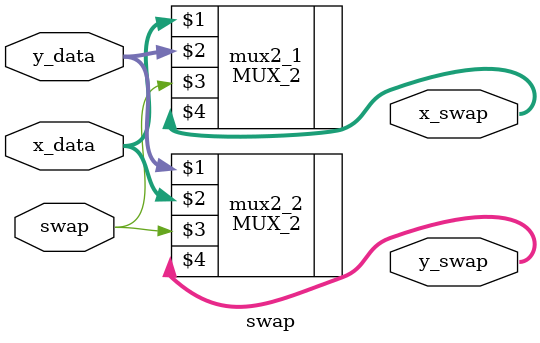
<source format=sv>
module swap(	input logic [3:0] x_data, y_data,
		input logic swap,
		output logic [3:0] x_swap, y_swap);

	// Calling MUX_2 function by passing in respective variables with x_swap
	// and y_swap as the outputs
	MUX_2 mux2_1(x_data, y_data, swap, x_swap);
	MUX_2 mux2_2(y_data, x_data, swap, y_swap);

	//logic [3:0] XOR_1, XOR_2, XOR_3;
	
	//assign XOR_1 = x_data ^ y_data;
	//assign XOR_2 = XOR_1 ^ y_data;
	//assign x_swap = XOR_1 ^ XOR_2;
	//assign y_swap = XOR_2;
endmodule 

</source>
